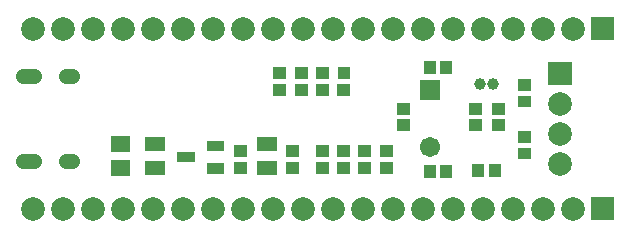
<source format=gbs>
G04 Layer: BottomSolderMaskLayer*
G04 EasyEDA v6.4.7, 2020-12-25T10:38:26+08:00*
G04 e43d5a52300b4474860904ef7121ae38,6a067dcc3d704d6e9d47775c98f5c0bd,10*
G04 Gerber Generator version 0.2*
G04 Scale: 100 percent, Rotated: No, Reflected: No *
G04 Dimensions in inches *
G04 leading zeros omitted , absolute positions ,2 integer and 4 decimal *
%FSLAX24Y24*%
%MOIN*%
G90*
D02*

%ADD37C,0.049339*%
%ADD38C,0.050913*%
%ADD41C,0.078866*%
%ADD46C,0.067055*%
%ADD47C,0.039496*%
%ADD48R,0.043433X0.039496*%

%LPD*%
G54D37*
G01X2253Y5846D02*
G01X2037Y5846D01*
G01X2253Y3011D02*
G01X2037Y3011D01*
G54D38*
G01X966Y3011D02*
G01X608Y3011D01*
G01X966Y5846D02*
G01X608Y5846D01*
G36*
G01X18110Y5535D02*
G01X18110Y6323D01*
G01X18897Y6323D01*
G01X18897Y5535D01*
G01X18110Y5535D01*
G37*
G54D41*
G01X18504Y4929D03*
G01X18504Y3929D03*
G01X18504Y2929D03*
G36*
G01X13089Y4566D02*
G01X13089Y4961D01*
G01X13523Y4961D01*
G01X13523Y4566D01*
G01X13089Y4566D01*
G37*
G36*
G01X13089Y4015D02*
G01X13089Y4410D01*
G01X13523Y4410D01*
G01X13523Y4015D01*
G01X13089Y4015D01*
G37*
G36*
G01X15490Y4015D02*
G01X15490Y4410D01*
G01X15926Y4410D01*
G01X15926Y4015D01*
G01X15490Y4015D01*
G37*
G36*
G01X15490Y4566D02*
G01X15490Y4961D01*
G01X15926Y4961D01*
G01X15926Y4566D01*
G01X15490Y4566D01*
G37*
G36*
G01X3532Y3320D02*
G01X3532Y3857D01*
G01X4184Y3857D01*
G01X4184Y3320D01*
G01X3532Y3320D01*
G37*
G36*
G01X3532Y2520D02*
G01X3532Y3057D01*
G01X4184Y3057D01*
G01X4184Y2520D01*
G01X3532Y2520D01*
G37*
G36*
G01X9389Y3149D02*
G01X9389Y3544D01*
G01X9822Y3544D01*
G01X9822Y3149D01*
G01X9389Y3149D01*
G37*
G36*
G01X9389Y2598D02*
G01X9389Y2992D01*
G01X9822Y2992D01*
G01X9822Y2598D01*
G01X9389Y2598D01*
G37*
G36*
G01X5757Y2972D02*
G01X5757Y3327D01*
G01X6330Y3327D01*
G01X6330Y2972D01*
G01X5757Y2972D01*
G37*
G36*
G01X6740Y2598D02*
G01X6740Y2953D01*
G01X7313Y2953D01*
G01X7313Y2598D01*
G01X6740Y2598D01*
G37*
G36*
G01X6740Y3346D02*
G01X6740Y3701D01*
G01X7313Y3701D01*
G01X7313Y3346D01*
G01X6740Y3346D01*
G37*
G36*
G01X4663Y3346D02*
G01X4663Y3819D01*
G01X5353Y3819D01*
G01X5353Y3346D01*
G01X4663Y3346D01*
G37*
G36*
G01X4663Y2558D02*
G01X4663Y3032D01*
G01X5353Y3032D01*
G01X5353Y2558D01*
G01X4663Y2558D01*
G37*
G36*
G01X8394Y3346D02*
G01X8394Y3819D01*
G01X9085Y3819D01*
G01X9085Y3346D01*
G01X8394Y3346D01*
G37*
G36*
G01X8394Y2558D02*
G01X8394Y3032D01*
G01X9085Y3032D01*
G01X9085Y2558D01*
G01X8394Y2558D01*
G37*
G36*
G01X17106Y4802D02*
G01X17106Y5197D01*
G01X17539Y5197D01*
G01X17539Y4802D01*
G01X17106Y4802D01*
G37*
G36*
G01X17106Y5353D02*
G01X17106Y5748D01*
G01X17539Y5748D01*
G01X17539Y5353D01*
G01X17106Y5353D01*
G37*
G36*
G01X17106Y3621D02*
G01X17106Y4016D01*
G01X17539Y4016D01*
G01X17539Y3621D01*
G01X17106Y3621D01*
G37*
G36*
G01X17106Y3070D02*
G01X17106Y3465D01*
G01X17539Y3465D01*
G01X17539Y3070D01*
G01X17106Y3070D01*
G37*
G36*
G01X10372Y5196D02*
G01X10372Y5591D01*
G01X10807Y5591D01*
G01X10807Y5196D01*
G01X10372Y5196D01*
G37*
G36*
G01X10372Y5747D02*
G01X10372Y6142D01*
G01X10807Y6142D01*
G01X10807Y5747D01*
G01X10372Y5747D01*
G37*
G36*
G01X12498Y2598D02*
G01X12498Y2992D01*
G01X12934Y2992D01*
G01X12934Y2598D01*
G01X12498Y2598D01*
G37*
G36*
G01X12498Y3149D02*
G01X12498Y3544D01*
G01X12934Y3544D01*
G01X12934Y3149D01*
G01X12498Y3149D01*
G37*
G36*
G01X8956Y5747D02*
G01X8956Y6142D01*
G01X9389Y6142D01*
G01X9389Y5747D01*
G01X8956Y5747D01*
G37*
G36*
G01X8956Y5196D02*
G01X8956Y5591D01*
G01X9389Y5591D01*
G01X9389Y5196D01*
G01X8956Y5196D01*
G37*
G36*
G01X11081Y2598D02*
G01X11081Y2992D01*
G01X11515Y2992D01*
G01X11515Y2598D01*
G01X11081Y2598D01*
G37*
G36*
G01X11081Y3149D02*
G01X11081Y3544D01*
G01X11515Y3544D01*
G01X11515Y3149D01*
G01X11081Y3149D01*
G37*
G36*
G01X10372Y2598D02*
G01X10372Y2992D01*
G01X10807Y2992D01*
G01X10807Y2598D01*
G01X10372Y2598D01*
G37*
G36*
G01X10372Y3149D02*
G01X10372Y3544D01*
G01X10807Y3544D01*
G01X10807Y3149D01*
G01X10372Y3149D01*
G37*
G36*
G01X11790Y2598D02*
G01X11790Y2992D01*
G01X12225Y2992D01*
G01X12225Y2598D01*
G01X11790Y2598D01*
G37*
G36*
G01X11790Y3149D02*
G01X11790Y3544D01*
G01X12225Y3544D01*
G01X12225Y3149D01*
G01X11790Y3149D01*
G37*
G36*
G01X14527Y2460D02*
G01X14527Y2894D01*
G01X14922Y2894D01*
G01X14922Y2460D01*
G01X14527Y2460D01*
G37*
G36*
G01X13976Y2460D02*
G01X13976Y2894D01*
G01X14371Y2894D01*
G01X14371Y2460D01*
G01X13976Y2460D01*
G37*
G36*
G01X14527Y5924D02*
G01X14527Y6359D01*
G01X14922Y6359D01*
G01X14922Y5924D01*
G01X14527Y5924D01*
G37*
G36*
G01X13976Y5924D02*
G01X13976Y6359D01*
G01X14371Y6359D01*
G01X14371Y5924D01*
G01X13976Y5924D01*
G37*
G36*
G01X15588Y2488D02*
G01X15588Y2923D01*
G01X15982Y2923D01*
G01X15982Y2488D01*
G01X15588Y2488D01*
G37*
G36*
G01X16139Y2488D02*
G01X16139Y2923D01*
G01X16534Y2923D01*
G01X16534Y2488D01*
G01X16139Y2488D01*
G37*
G36*
G01X9664Y5747D02*
G01X9664Y6142D01*
G01X10098Y6142D01*
G01X10098Y5747D01*
G01X9664Y5747D01*
G37*
G36*
G01X9664Y5196D02*
G01X9664Y5591D01*
G01X10098Y5591D01*
G01X10098Y5196D01*
G01X9664Y5196D01*
G37*
G36*
G01X7656Y3149D02*
G01X7656Y3544D01*
G01X8090Y3544D01*
G01X8090Y3149D01*
G01X7656Y3149D01*
G37*
G36*
G01X7656Y2598D02*
G01X7656Y2992D01*
G01X8090Y2992D01*
G01X8090Y2598D01*
G01X7656Y2598D01*
G37*
G54D48*
G01X11299Y5944D03*
G36*
G01X11081Y5196D02*
G01X11081Y5591D01*
G01X11515Y5591D01*
G01X11515Y5196D01*
G01X11081Y5196D01*
G37*
G36*
G01X16239Y4015D02*
G01X16239Y4410D01*
G01X16673Y4410D01*
G01X16673Y4015D01*
G01X16239Y4015D01*
G37*
G36*
G01X16239Y4566D02*
G01X16239Y4961D01*
G01X16673Y4961D01*
G01X16673Y4566D01*
G01X16239Y4566D01*
G37*
G54D41*
G01X932Y7429D03*
G01X1932Y7429D03*
G01X2932Y7429D03*
G01X3932Y7429D03*
G01X4932Y7429D03*
G01X5932Y7429D03*
G01X6932Y7429D03*
G01X7932Y7429D03*
G01X8932Y7429D03*
G01X9932Y7429D03*
G01X10932Y7429D03*
G01X11932Y7429D03*
G01X12932Y7429D03*
G01X13932Y7429D03*
G01X14932Y7429D03*
G01X15932Y7429D03*
G01X16932Y7429D03*
G01X17932Y7429D03*
G01X18932Y7429D03*
G36*
G01X19539Y7035D02*
G01X19539Y7823D01*
G01X20327Y7823D01*
G01X20327Y7035D01*
G01X19539Y7035D01*
G37*
G01X932Y1429D03*
G01X1932Y1429D03*
G01X2932Y1429D03*
G01X3932Y1429D03*
G01X4932Y1429D03*
G01X5932Y1429D03*
G01X6932Y1429D03*
G01X7932Y1429D03*
G01X8932Y1429D03*
G01X9932Y1429D03*
G01X10932Y1429D03*
G01X11932Y1429D03*
G01X12932Y1429D03*
G01X13932Y1429D03*
G01X14932Y1429D03*
G01X15932Y1429D03*
G01X16932Y1429D03*
G01X17932Y1429D03*
G01X18932Y1429D03*
G36*
G01X19539Y1035D02*
G01X19539Y1823D01*
G01X20327Y1823D01*
G01X20327Y1035D01*
G01X19539Y1035D01*
G37*
G36*
G01X13838Y5054D02*
G01X13838Y5724D01*
G01X14509Y5724D01*
G01X14509Y5054D01*
G01X13838Y5054D01*
G37*
G54D46*
G01X14173Y3469D03*
G54D47*
G01X16279Y5590D03*
G01X15846Y5590D03*
M00*
M02*

</source>
